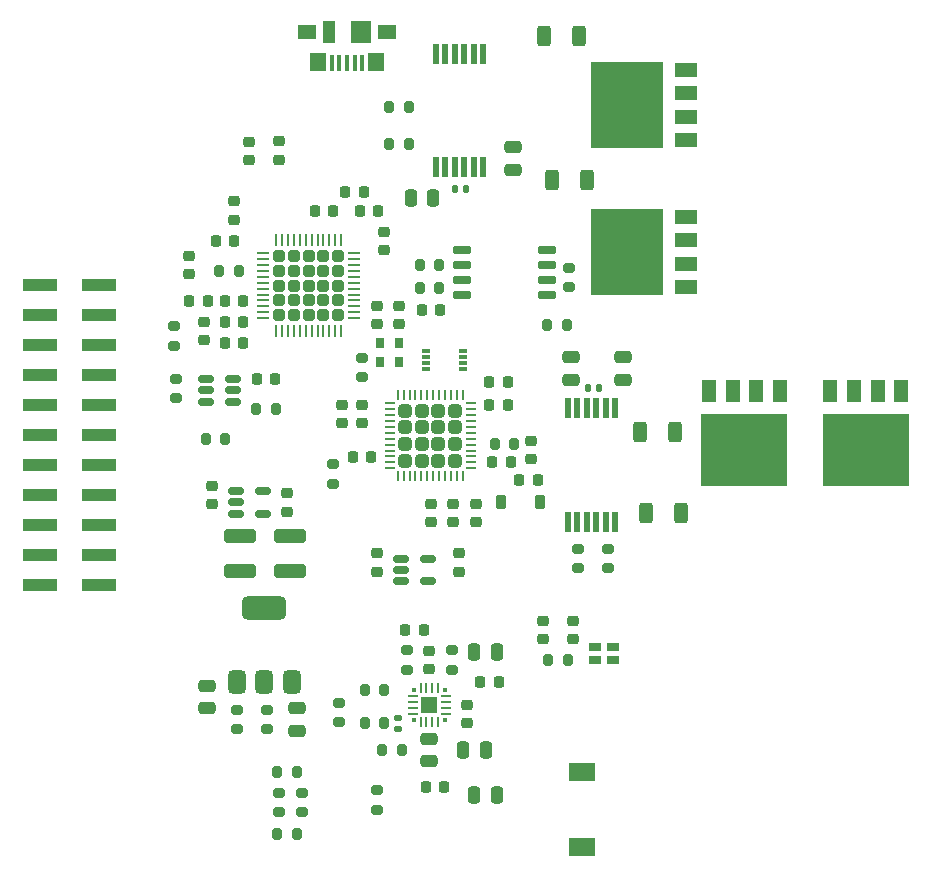
<source format=gbr>
%TF.GenerationSoftware,KiCad,Pcbnew,7.0.10-7.0.10~ubuntu22.04.1*%
%TF.CreationDate,2024-07-09T14:14:33-04:00*%
%TF.ProjectId,IcePSMNR55,49636550-534d-44e5-9235-352e6b696361,rev?*%
%TF.SameCoordinates,Original*%
%TF.FileFunction,Paste,Top*%
%TF.FilePolarity,Positive*%
%FSLAX46Y46*%
G04 Gerber Fmt 4.6, Leading zero omitted, Abs format (unit mm)*
G04 Created by KiCad (PCBNEW 7.0.10-7.0.10~ubuntu22.04.1) date 2024-07-09 14:14:33*
%MOMM*%
%LPD*%
G01*
G04 APERTURE LIST*
G04 Aperture macros list*
%AMRoundRect*
0 Rectangle with rounded corners*
0 $1 Rounding radius*
0 $2 $3 $4 $5 $6 $7 $8 $9 X,Y pos of 4 corners*
0 Add a 4 corners polygon primitive as box body*
4,1,4,$2,$3,$4,$5,$6,$7,$8,$9,$2,$3,0*
0 Add four circle primitives for the rounded corners*
1,1,$1+$1,$2,$3*
1,1,$1+$1,$4,$5*
1,1,$1+$1,$6,$7*
1,1,$1+$1,$8,$9*
0 Add four rect primitives between the rounded corners*
20,1,$1+$1,$2,$3,$4,$5,0*
20,1,$1+$1,$4,$5,$6,$7,0*
20,1,$1+$1,$6,$7,$8,$9,0*
20,1,$1+$1,$8,$9,$2,$3,0*%
G04 Aperture macros list end*
%ADD10RoundRect,0.140000X0.170000X-0.140000X0.170000X0.140000X-0.170000X0.140000X-0.170000X-0.140000X0*%
%ADD11RoundRect,0.057150X0.349250X-0.057150X0.349250X0.057150X-0.349250X0.057150X-0.349250X-0.057150X0*%
%ADD12R,0.812800X0.228600*%
%ADD13RoundRect,0.057150X-0.057150X-0.349250X0.057150X-0.349250X0.057150X0.349250X-0.057150X0.349250X0*%
%ADD14R,0.228600X0.812800*%
%ADD15R,1.422400X1.422400*%
%ADD16R,0.381000X0.381000*%
%ADD17RoundRect,0.200000X-0.200000X-0.275000X0.200000X-0.275000X0.200000X0.275000X-0.200000X0.275000X0*%
%ADD18RoundRect,0.250000X-0.315000X-0.315000X0.315000X-0.315000X0.315000X0.315000X-0.315000X0.315000X0*%
%ADD19RoundRect,0.062500X-0.375000X-0.062500X0.375000X-0.062500X0.375000X0.062500X-0.375000X0.062500X0*%
%ADD20RoundRect,0.062500X-0.062500X-0.375000X0.062500X-0.375000X0.062500X0.375000X-0.062500X0.375000X0*%
%ADD21RoundRect,0.225000X-0.250000X0.225000X-0.250000X-0.225000X0.250000X-0.225000X0.250000X0.225000X0*%
%ADD22RoundRect,0.200000X0.200000X0.275000X-0.200000X0.275000X-0.200000X-0.275000X0.200000X-0.275000X0*%
%ADD23RoundRect,0.250000X-0.475000X0.250000X-0.475000X-0.250000X0.475000X-0.250000X0.475000X0.250000X0*%
%ADD24RoundRect,0.225000X0.250000X-0.225000X0.250000X0.225000X-0.250000X0.225000X-0.250000X-0.225000X0*%
%ADD25RoundRect,0.150000X-0.512500X-0.150000X0.512500X-0.150000X0.512500X0.150000X-0.512500X0.150000X0*%
%ADD26RoundRect,0.218750X-0.218750X-0.256250X0.218750X-0.256250X0.218750X0.256250X-0.218750X0.256250X0*%
%ADD27R,3.000000X1.000000*%
%ADD28RoundRect,0.250000X1.100000X-0.325000X1.100000X0.325000X-1.100000X0.325000X-1.100000X-0.325000X0*%
%ADD29RoundRect,0.250000X-0.312500X-0.625000X0.312500X-0.625000X0.312500X0.625000X-0.312500X0.625000X0*%
%ADD30RoundRect,0.200000X0.275000X-0.200000X0.275000X0.200000X-0.275000X0.200000X-0.275000X-0.200000X0*%
%ADD31RoundRect,0.218750X0.256250X-0.218750X0.256250X0.218750X-0.256250X0.218750X-0.256250X-0.218750X0*%
%ADD32RoundRect,0.250000X0.475000X-0.250000X0.475000X0.250000X-0.475000X0.250000X-0.475000X-0.250000X0*%
%ADD33RoundRect,0.225000X-0.225000X-0.250000X0.225000X-0.250000X0.225000X0.250000X-0.225000X0.250000X0*%
%ADD34R,0.800000X0.300000*%
%ADD35RoundRect,0.250000X-0.250000X-0.475000X0.250000X-0.475000X0.250000X0.475000X-0.250000X0.475000X0*%
%ADD36RoundRect,0.250000X-0.250000X-0.250000X0.250000X-0.250000X0.250000X0.250000X-0.250000X0.250000X0*%
%ADD37RoundRect,0.062500X-0.412500X-0.062500X0.412500X-0.062500X0.412500X0.062500X-0.412500X0.062500X0*%
%ADD38RoundRect,0.062500X-0.062500X-0.412500X0.062500X-0.412500X0.062500X0.412500X-0.062500X0.412500X0*%
%ADD39R,1.000000X0.800000*%
%ADD40RoundRect,0.225000X0.225000X0.250000X-0.225000X0.250000X-0.225000X-0.250000X0.225000X-0.250000X0*%
%ADD41R,1.143000X1.828800*%
%ADD42R,7.391400X6.121400*%
%ADD43R,0.600000X1.750000*%
%ADD44RoundRect,0.200000X-0.275000X0.200000X-0.275000X-0.200000X0.275000X-0.200000X0.275000X0.200000X0*%
%ADD45R,1.828800X1.143000*%
%ADD46R,6.121400X7.391400*%
%ADD47RoundRect,0.140000X-0.140000X-0.170000X0.140000X-0.170000X0.140000X0.170000X-0.140000X0.170000X0*%
%ADD48RoundRect,0.225000X-0.225000X-0.375000X0.225000X-0.375000X0.225000X0.375000X-0.225000X0.375000X0*%
%ADD49RoundRect,0.150000X0.650000X0.150000X-0.650000X0.150000X-0.650000X-0.150000X0.650000X-0.150000X0*%
%ADD50RoundRect,0.140000X0.140000X0.170000X-0.140000X0.170000X-0.140000X-0.170000X0.140000X-0.170000X0*%
%ADD51R,0.650000X0.850000*%
%ADD52R,0.450000X1.380000*%
%ADD53R,1.650000X1.300000*%
%ADD54R,1.425000X1.550000*%
%ADD55R,1.800000X1.900000*%
%ADD56R,1.000000X1.900000*%
%ADD57R,2.286000X1.624000*%
%ADD58RoundRect,0.375000X0.375000X-0.625000X0.375000X0.625000X-0.375000X0.625000X-0.375000X-0.625000X0*%
%ADD59RoundRect,0.500000X1.400000X-0.500000X1.400000X0.500000X-1.400000X0.500000X-1.400000X-0.500000X0*%
G04 APERTURE END LIST*
D10*
%TO.C,C47*%
X72290000Y-94760000D03*
X72290000Y-93800000D03*
%TD*%
D11*
%TO.C,U9*%
X73531600Y-91959999D03*
D12*
X73531600Y-92460000D03*
X73531600Y-92960000D03*
D11*
X73531600Y-93460001D03*
D13*
X74179999Y-94108400D03*
D14*
X74680000Y-94108400D03*
X75180000Y-94108400D03*
D13*
X75680001Y-94108400D03*
D11*
X76328400Y-93460001D03*
D12*
X76328400Y-92960000D03*
X76328400Y-92460000D03*
D11*
X76328400Y-91959999D03*
D13*
X75680001Y-91311600D03*
D14*
X75180000Y-91311600D03*
X74680000Y-91311600D03*
D13*
X74179999Y-91311600D03*
D15*
X74930000Y-92710000D03*
D16*
X73621900Y-91401900D03*
X76238100Y-91401900D03*
X73621900Y-94018100D03*
X76238100Y-94018100D03*
%TD*%
D17*
%TO.C,R9*%
X56012500Y-70200000D03*
X57662500Y-70200000D03*
%TD*%
D18*
%TO.C,U1*%
X72895000Y-67815000D03*
X72895000Y-69215000D03*
X72895000Y-70615000D03*
X72895000Y-72015000D03*
X74295000Y-67815000D03*
X74295000Y-69215000D03*
X74295000Y-70615000D03*
X74295000Y-72015000D03*
X75695000Y-67815000D03*
X75695000Y-69215000D03*
X75695000Y-70615000D03*
X75695000Y-72015000D03*
X77095000Y-67815000D03*
X77095000Y-69215000D03*
X77095000Y-70615000D03*
X77095000Y-72015000D03*
D19*
X71557500Y-67165000D03*
X71557500Y-67665000D03*
X71557500Y-68165000D03*
X71557500Y-68665000D03*
X71557500Y-69165000D03*
X71557500Y-69665000D03*
X71557500Y-70165000D03*
X71557500Y-70665000D03*
X71557500Y-71165000D03*
X71557500Y-71665000D03*
X71557500Y-72165000D03*
X71557500Y-72665000D03*
D20*
X72245000Y-73352500D03*
X72745000Y-73352500D03*
X73245000Y-73352500D03*
X73745000Y-73352500D03*
X74245000Y-73352500D03*
X74745000Y-73352500D03*
X75245000Y-73352500D03*
X75745000Y-73352500D03*
X76245000Y-73352500D03*
X76745000Y-73352500D03*
X77245000Y-73352500D03*
X77745000Y-73352500D03*
D19*
X78432500Y-72665000D03*
X78432500Y-72165000D03*
X78432500Y-71665000D03*
X78432500Y-71165000D03*
X78432500Y-70665000D03*
X78432500Y-70165000D03*
X78432500Y-69665000D03*
X78432500Y-69165000D03*
X78432500Y-68665000D03*
X78432500Y-68165000D03*
X78432500Y-67665000D03*
X78432500Y-67165000D03*
D20*
X77745000Y-66477500D03*
X77245000Y-66477500D03*
X76745000Y-66477500D03*
X76245000Y-66477500D03*
X75745000Y-66477500D03*
X75245000Y-66477500D03*
X74745000Y-66477500D03*
X74245000Y-66477500D03*
X73745000Y-66477500D03*
X73245000Y-66477500D03*
X72745000Y-66477500D03*
X72245000Y-66477500D03*
%TD*%
D21*
%TO.C,C4*%
X75057000Y-75666000D03*
X75057000Y-77216000D03*
%TD*%
D22*
%TO.C,R6*%
X58770000Y-55940000D03*
X57120000Y-55940000D03*
%TD*%
D23*
%TO.C,C21*%
X86893900Y-63277500D03*
X86893900Y-65177500D03*
%TD*%
D22*
%TO.C,R27*%
X71105000Y-94240000D03*
X69455000Y-94240000D03*
%TD*%
D24*
%TO.C,C34*%
X70485000Y-81420000D03*
X70485000Y-79870000D03*
%TD*%
D25*
%TO.C,U7*%
X72522500Y-80330000D03*
X72522500Y-81280000D03*
X72522500Y-82230000D03*
X74797500Y-82230000D03*
X74797500Y-80330000D03*
%TD*%
D26*
%TO.C,FB2*%
X54580000Y-58480000D03*
X56155000Y-58480000D03*
%TD*%
D27*
%TO.C,J2*%
X46990000Y-57150000D03*
X41950000Y-57150000D03*
X46990000Y-59690000D03*
X41950000Y-59690000D03*
X46990000Y-62230000D03*
X41950000Y-62230000D03*
X46990000Y-64770000D03*
X41950000Y-64770000D03*
X46990000Y-67310000D03*
X41950000Y-67310000D03*
X46990000Y-69850000D03*
X41950000Y-69850000D03*
X46990000Y-72390000D03*
X41950000Y-72390000D03*
X46990000Y-74930000D03*
X41950000Y-74930000D03*
X46990000Y-77470000D03*
X41950000Y-77470000D03*
X46990000Y-80010000D03*
X41950000Y-80010000D03*
X46990000Y-82550000D03*
X41950000Y-82550000D03*
%TD*%
D17*
%TO.C,R16*%
X84976200Y-88900000D03*
X86626200Y-88900000D03*
%TD*%
D28*
%TO.C,C37*%
X58885000Y-81355000D03*
X58885000Y-78405000D03*
%TD*%
D29*
%TO.C,R10*%
X96204500Y-76454000D03*
X93279500Y-76454000D03*
%TD*%
D30*
%TO.C,R12*%
X53502500Y-66740000D03*
X53502500Y-65090000D03*
%TD*%
D24*
%TO.C,C8*%
X71090000Y-54175000D03*
X71090000Y-52625000D03*
%TD*%
D31*
%TO.C,FB1*%
X58390000Y-51647500D03*
X58390000Y-50072500D03*
%TD*%
D32*
%TO.C,C29*%
X91338900Y-65177500D03*
X91338900Y-63277500D03*
%TD*%
D33*
%TO.C,C46*%
X74650000Y-99695000D03*
X76200000Y-99695000D03*
%TD*%
D21*
%TO.C,C31*%
X62865000Y-74790000D03*
X62865000Y-76340000D03*
%TD*%
D22*
%TO.C,R24*%
X72580000Y-96520000D03*
X70930000Y-96520000D03*
%TD*%
D34*
%TO.C,U4*%
X74650000Y-62750000D03*
X74650000Y-63250000D03*
X74650000Y-63750000D03*
X74650000Y-64250000D03*
X77750000Y-64250000D03*
X77750000Y-63750000D03*
X77750000Y-63250000D03*
X77750000Y-62750000D03*
%TD*%
D32*
%TO.C,C40*%
X56120000Y-93000000D03*
X56120000Y-91100000D03*
%TD*%
D35*
%TO.C,C41*%
X78740000Y-88265000D03*
X80640000Y-88265000D03*
%TD*%
D33*
%TO.C,C7*%
X67805000Y-49276000D03*
X69355000Y-49276000D03*
%TD*%
D36*
%TO.C,U2*%
X62230000Y-54730000D03*
X62230000Y-55970000D03*
X62230000Y-57210000D03*
X62230000Y-58450000D03*
X62230000Y-59690000D03*
X63470000Y-54730000D03*
X63470000Y-55970000D03*
X63470000Y-57210000D03*
X63470000Y-58450000D03*
X63470000Y-59690000D03*
X64710000Y-54730000D03*
X64710000Y-55970000D03*
X64710000Y-57210000D03*
X64710000Y-58450000D03*
X64710000Y-59690000D03*
X65950000Y-54730000D03*
X65950000Y-55970000D03*
X65950000Y-57210000D03*
X65950000Y-58450000D03*
X65950000Y-59690000D03*
X67190000Y-54730000D03*
X67190000Y-55970000D03*
X67190000Y-57210000D03*
X67190000Y-58450000D03*
X67190000Y-59690000D03*
D37*
X60835000Y-54460000D03*
X60835000Y-54960000D03*
X60835000Y-55460000D03*
X60835000Y-55960000D03*
X60835000Y-56460000D03*
X60835000Y-56960000D03*
X60835000Y-57460000D03*
X60835000Y-57960000D03*
X60835000Y-58460000D03*
X60835000Y-58960000D03*
X60835000Y-59460000D03*
X60835000Y-59960000D03*
D38*
X61960000Y-61085000D03*
X62460000Y-61085000D03*
X62960000Y-61085000D03*
X63460000Y-61085000D03*
X63960000Y-61085000D03*
X64460000Y-61085000D03*
X64960000Y-61085000D03*
X65460000Y-61085000D03*
X65960000Y-61085000D03*
X66460000Y-61085000D03*
X66960000Y-61085000D03*
X67460000Y-61085000D03*
D37*
X68585000Y-59960000D03*
X68585000Y-59460000D03*
X68585000Y-58960000D03*
X68585000Y-58460000D03*
X68585000Y-57960000D03*
X68585000Y-57460000D03*
X68585000Y-56960000D03*
X68585000Y-56460000D03*
X68585000Y-55960000D03*
X68585000Y-55460000D03*
X68585000Y-54960000D03*
X68585000Y-54460000D03*
D38*
X67460000Y-53335000D03*
X66960000Y-53335000D03*
X66460000Y-53335000D03*
X65960000Y-53335000D03*
X65460000Y-53335000D03*
X64960000Y-53335000D03*
X64460000Y-53335000D03*
X63960000Y-53335000D03*
X63460000Y-53335000D03*
X62960000Y-53335000D03*
X62460000Y-53335000D03*
X61960000Y-53335000D03*
%TD*%
D24*
%TO.C,C51*%
X74930000Y-89675000D03*
X74930000Y-88125000D03*
%TD*%
D17*
%TO.C,R26*%
X84900000Y-60579000D03*
X86550000Y-60579000D03*
%TD*%
D25*
%TO.C,U6*%
X58552500Y-74615000D03*
X58552500Y-75565000D03*
X58552500Y-76515000D03*
X60827500Y-76515000D03*
X60827500Y-74615000D03*
%TD*%
D30*
%TO.C,R13*%
X90068900Y-81117500D03*
X90068900Y-79467500D03*
%TD*%
%TO.C,R7*%
X53310000Y-62290000D03*
X53310000Y-60640000D03*
%TD*%
D39*
%TO.C,D2*%
X88976200Y-87800000D03*
X90476200Y-87800000D03*
X90476200Y-88900000D03*
X88976200Y-88900000D03*
%TD*%
D35*
%TO.C,C44*%
X77790000Y-96520000D03*
X79690000Y-96520000D03*
%TD*%
D22*
%TO.C,R21*%
X75755000Y-55499000D03*
X74105000Y-55499000D03*
%TD*%
D40*
%TO.C,C18*%
X66785000Y-50860000D03*
X65235000Y-50860000D03*
%TD*%
D24*
%TO.C,C15*%
X69240400Y-68847000D03*
X69240400Y-67297000D03*
%TD*%
%TO.C,C35*%
X87071200Y-87135000D03*
X87071200Y-85585000D03*
%TD*%
D30*
%TO.C,R35*%
X64135000Y-101790000D03*
X64135000Y-100140000D03*
%TD*%
D41*
%TO.C,Q3*%
X114870999Y-66128900D03*
X112870998Y-66128900D03*
X110870999Y-66128900D03*
X108870998Y-66128900D03*
D42*
X111871000Y-71120000D03*
%TD*%
D22*
%TO.C,R23*%
X71120000Y-91440000D03*
X69470000Y-91440000D03*
%TD*%
D43*
%TO.C,IC2*%
X86646000Y-77190000D03*
X87446000Y-77190000D03*
X88246000Y-77190000D03*
X89046000Y-77190000D03*
X89846000Y-77190000D03*
X90646000Y-77190000D03*
X90646000Y-67590000D03*
X89846000Y-67590000D03*
X89046000Y-67590000D03*
X88246000Y-67590000D03*
X87446000Y-67590000D03*
X86646000Y-67590000D03*
%TD*%
D44*
%TO.C,R19*%
X58660000Y-93130000D03*
X58660000Y-94780000D03*
%TD*%
D24*
%TO.C,C43*%
X78105000Y-94260000D03*
X78105000Y-92710000D03*
%TD*%
D44*
%TO.C,R29*%
X67310000Y-92520000D03*
X67310000Y-94170000D03*
%TD*%
D45*
%TO.C,Q1*%
X96685100Y-57355999D03*
X96685100Y-55355998D03*
X96685100Y-53355999D03*
X96685100Y-51355998D03*
D46*
X91694000Y-54356000D03*
%TD*%
D47*
%TO.C,C22*%
X88318900Y-65878500D03*
X89278900Y-65878500D03*
%TD*%
D31*
%TO.C,FB3*%
X62200000Y-46567500D03*
X62200000Y-44992500D03*
%TD*%
D48*
%TO.C,D1*%
X81030000Y-75565000D03*
X84330000Y-75565000D03*
%TD*%
D23*
%TO.C,C13*%
X81985000Y-45507200D03*
X81985000Y-47407200D03*
%TD*%
D40*
%TO.C,C49*%
X75845000Y-59309000D03*
X74295000Y-59309000D03*
%TD*%
D33*
%TO.C,C42*%
X79235000Y-90805000D03*
X80785000Y-90805000D03*
%TD*%
D40*
%TO.C,C10*%
X59165000Y-62036000D03*
X57615000Y-62036000D03*
%TD*%
D33*
%TO.C,C23*%
X60317500Y-65120000D03*
X61867500Y-65120000D03*
%TD*%
D24*
%TO.C,C16*%
X67564000Y-68847000D03*
X67564000Y-67297000D03*
%TD*%
D17*
%TO.C,R8*%
X60267500Y-67660000D03*
X61917500Y-67660000D03*
%TD*%
D30*
%TO.C,R28*%
X73025000Y-89725000D03*
X73025000Y-88075000D03*
%TD*%
D41*
%TO.C,Q4*%
X104599999Y-66128900D03*
X102599998Y-66128900D03*
X100599999Y-66128900D03*
X98599998Y-66128900D03*
D42*
X101600000Y-71120000D03*
%TD*%
D30*
%TO.C,R34*%
X62230000Y-101790000D03*
X62230000Y-100140000D03*
%TD*%
%TO.C,R11*%
X87528900Y-81117500D03*
X87528900Y-79467500D03*
%TD*%
D45*
%TO.C,Q2*%
X96685100Y-44909999D03*
X96685100Y-42909998D03*
X96685100Y-40909999D03*
X96685100Y-38909998D03*
D46*
X91694000Y-41910000D03*
%TD*%
D40*
%TO.C,C27*%
X84090000Y-73660000D03*
X82540000Y-73660000D03*
%TD*%
D17*
%TO.C,R31*%
X62040000Y-98425000D03*
X63690000Y-98425000D03*
%TD*%
D30*
%TO.C,R22*%
X86741000Y-57352200D03*
X86741000Y-55702200D03*
%TD*%
D33*
%TO.C,C19*%
X69045000Y-50860000D03*
X70595000Y-50860000D03*
%TD*%
D21*
%TO.C,C3*%
X76962000Y-75666000D03*
X76962000Y-77216000D03*
%TD*%
D24*
%TO.C,C36*%
X70485000Y-60465000D03*
X70485000Y-58915000D03*
%TD*%
D21*
%TO.C,C2*%
X54580000Y-54670000D03*
X54580000Y-56220000D03*
%TD*%
D49*
%TO.C,U10*%
X84880000Y-58039000D03*
X84880000Y-56769000D03*
X84880000Y-55499000D03*
X84880000Y-54229000D03*
X77680000Y-54229000D03*
X77680000Y-55499000D03*
X77680000Y-56769000D03*
X77680000Y-58039000D03*
%TD*%
D31*
%TO.C,D3*%
X84531200Y-87147500D03*
X84531200Y-85572500D03*
%TD*%
D44*
%TO.C,R18*%
X61200000Y-93130000D03*
X61200000Y-94780000D03*
%TD*%
D50*
%TO.C,C14*%
X78020000Y-48997200D03*
X77060000Y-48997200D03*
%TD*%
D23*
%TO.C,C39*%
X63740000Y-93005000D03*
X63740000Y-94905000D03*
%TD*%
D21*
%TO.C,C28*%
X78867000Y-75666000D03*
X78867000Y-77216000D03*
%TD*%
D40*
%TO.C,C9*%
X59165000Y-60258000D03*
X57615000Y-60258000D03*
%TD*%
D17*
%TO.C,R36*%
X62040000Y-103639000D03*
X63690000Y-103639000D03*
%TD*%
D35*
%TO.C,C48*%
X78740000Y-100330000D03*
X80640000Y-100330000D03*
%TD*%
D51*
%TO.C,U5*%
X70740000Y-63640000D03*
X72390000Y-63640000D03*
X72390000Y-62090000D03*
X70740000Y-62090000D03*
%TD*%
D24*
%TO.C,C33*%
X56515000Y-75705000D03*
X56515000Y-74155000D03*
%TD*%
D40*
%TO.C,C1*%
X58390000Y-53400000D03*
X56840000Y-53400000D03*
%TD*%
D24*
%TO.C,C30*%
X72390000Y-60465000D03*
X72390000Y-58915000D03*
%TD*%
D17*
%TO.C,R3*%
X71526400Y-42062400D03*
X73176400Y-42062400D03*
%TD*%
%TO.C,R4*%
X71526400Y-45237400D03*
X73176400Y-45237400D03*
%TD*%
D40*
%TO.C,C26*%
X69993000Y-71745000D03*
X68443000Y-71745000D03*
%TD*%
D24*
%TO.C,C32*%
X77470000Y-81420000D03*
X77470000Y-79870000D03*
%TD*%
D40*
%TO.C,C11*%
X59165000Y-58480000D03*
X57615000Y-58480000D03*
%TD*%
D52*
%TO.C,J1*%
X69245000Y-38356600D03*
X68595000Y-38356600D03*
X67945000Y-38356600D03*
X67295000Y-38356600D03*
X66645000Y-38356600D03*
D53*
X71320000Y-35696600D03*
D54*
X70432500Y-38271600D03*
D55*
X69095000Y-35696600D03*
D56*
X66395000Y-35696600D03*
D54*
X65457500Y-38271600D03*
D53*
X64570000Y-35696600D03*
%TD*%
D43*
%TO.C,IC1*%
X79470000Y-37567200D03*
X78670000Y-37567200D03*
X77870000Y-37567200D03*
X77070000Y-37567200D03*
X76270000Y-37567200D03*
X75470000Y-37567200D03*
X75470000Y-47167200D03*
X76270000Y-47167200D03*
X77070000Y-47167200D03*
X77870000Y-47167200D03*
X78670000Y-47167200D03*
X79470000Y-47167200D03*
%TD*%
D21*
%TO.C,C25*%
X83566000Y-70345000D03*
X83566000Y-71895000D03*
%TD*%
D33*
%TO.C,C6*%
X80000000Y-65405000D03*
X81550000Y-65405000D03*
%TD*%
D29*
%TO.C,R2*%
X85303900Y-48285400D03*
X88228900Y-48285400D03*
%TD*%
D33*
%TO.C,C24*%
X80251000Y-72136000D03*
X81801000Y-72136000D03*
%TD*%
D25*
%TO.C,U3*%
X56012500Y-65120000D03*
X56012500Y-66070000D03*
X56012500Y-67020000D03*
X58287500Y-67020000D03*
X58287500Y-66070000D03*
X58287500Y-65120000D03*
%TD*%
D30*
%TO.C,R1*%
X66805000Y-73980000D03*
X66805000Y-72330000D03*
%TD*%
D22*
%TO.C,R14*%
X82105000Y-70612000D03*
X80455000Y-70612000D03*
%TD*%
D21*
%TO.C,C12*%
X55850000Y-60245000D03*
X55850000Y-61795000D03*
%TD*%
D33*
%TO.C,C50*%
X72885000Y-86360000D03*
X74435000Y-86360000D03*
%TD*%
D29*
%TO.C,R5*%
X84643500Y-36068000D03*
X87568500Y-36068000D03*
%TD*%
D23*
%TO.C,C45*%
X74930000Y-95570000D03*
X74930000Y-97470000D03*
%TD*%
D33*
%TO.C,C5*%
X80000000Y-67310000D03*
X81550000Y-67310000D03*
%TD*%
D30*
%TO.C,R17*%
X69215000Y-64960000D03*
X69215000Y-63310000D03*
%TD*%
D44*
%TO.C,R30*%
X70485000Y-99950000D03*
X70485000Y-101600000D03*
%TD*%
D22*
%TO.C,R25*%
X75755000Y-57404000D03*
X74105000Y-57404000D03*
%TD*%
D57*
%TO.C,L1*%
X87884000Y-98425000D03*
X87884000Y-104775000D03*
%TD*%
D24*
%TO.C,C17*%
X59660000Y-46555000D03*
X59660000Y-45005000D03*
%TD*%
D58*
%TO.C,U8*%
X58660000Y-90780000D03*
X60960000Y-90780000D03*
D59*
X60960000Y-84480000D03*
D58*
X63260000Y-90780000D03*
%TD*%
D44*
%TO.C,R20*%
X76835000Y-89725000D03*
X76835000Y-88075000D03*
%TD*%
D29*
%TO.C,R15*%
X92771500Y-69596000D03*
X95696500Y-69596000D03*
%TD*%
D28*
%TO.C,C38*%
X63135000Y-81355000D03*
X63135000Y-78405000D03*
%TD*%
D35*
%TO.C,C20*%
X73370400Y-49784000D03*
X75270400Y-49784000D03*
%TD*%
M02*

</source>
